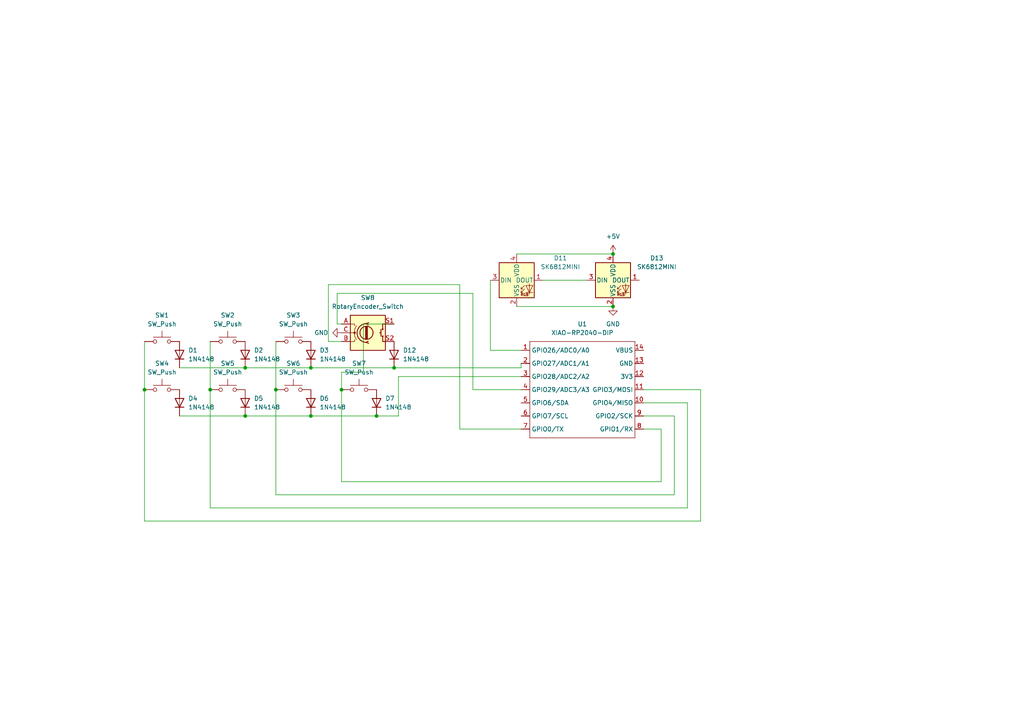
<source format=kicad_sch>
(kicad_sch
	(version 20241209)
	(generator "eeschema")
	(generator_version "8.99")
	(uuid "8c3beed9-626c-422e-b7c0-829405768609")
	(paper "A4")
	(lib_symbols
		(symbol "Device:RotaryEncoder_Switch"
			(pin_names
				(offset 0.254)
				(hide yes)
			)
			(exclude_from_sim no)
			(in_bom yes)
			(on_board yes)
			(property "Reference" "SW"
				(at 0 6.604 0)
				(effects
					(font
						(size 1.27 1.27)
					)
				)
			)
			(property "Value" "RotaryEncoder_Switch"
				(at 0 -6.604 0)
				(effects
					(font
						(size 1.27 1.27)
					)
				)
			)
			(property "Footprint" ""
				(at -3.81 4.064 0)
				(effects
					(font
						(size 1.27 1.27)
					)
					(hide yes)
				)
			)
			(property "Datasheet" "~"
				(at 0 6.604 0)
				(effects
					(font
						(size 1.27 1.27)
					)
					(hide yes)
				)
			)
			(property "Description" "Rotary encoder, dual channel, incremental quadrate outputs, with switch"
				(at 0 0 0)
				(effects
					(font
						(size 1.27 1.27)
					)
					(hide yes)
				)
			)
			(property "ki_keywords" "rotary switch encoder switch push button"
				(at 0 0 0)
				(effects
					(font
						(size 1.27 1.27)
					)
					(hide yes)
				)
			)
			(property "ki_fp_filters" "RotaryEncoder*Switch*"
				(at 0 0 0)
				(effects
					(font
						(size 1.27 1.27)
					)
					(hide yes)
				)
			)
			(symbol "RotaryEncoder_Switch_0_1"
				(rectangle
					(start -5.08 5.08)
					(end 5.08 -5.08)
					(stroke
						(width 0.254)
						(type default)
					)
					(fill
						(type background)
					)
				)
				(polyline
					(pts
						(xy -5.08 2.54) (xy -3.81 2.54) (xy -3.81 2.032)
					)
					(stroke
						(width 0)
						(type default)
					)
					(fill
						(type none)
					)
				)
				(polyline
					(pts
						(xy -5.08 0) (xy -3.81 0) (xy -3.81 -1.016) (xy -3.302 -2.032)
					)
					(stroke
						(width 0)
						(type default)
					)
					(fill
						(type none)
					)
				)
				(polyline
					(pts
						(xy -5.08 -2.54) (xy -3.81 -2.54) (xy -3.81 -2.032)
					)
					(stroke
						(width 0)
						(type default)
					)
					(fill
						(type none)
					)
				)
				(polyline
					(pts
						(xy -4.318 0) (xy -3.81 0) (xy -3.81 1.016) (xy -3.302 2.032)
					)
					(stroke
						(width 0)
						(type default)
					)
					(fill
						(type none)
					)
				)
				(circle
					(center -3.81 0)
					(radius 0.254)
					(stroke
						(width 0)
						(type default)
					)
					(fill
						(type outline)
					)
				)
				(polyline
					(pts
						(xy -0.635 -1.778) (xy -0.635 1.778)
					)
					(stroke
						(width 0.254)
						(type default)
					)
					(fill
						(type none)
					)
				)
				(circle
					(center -0.381 0)
					(radius 1.905)
					(stroke
						(width 0.254)
						(type default)
					)
					(fill
						(type none)
					)
				)
				(polyline
					(pts
						(xy -0.381 -1.778) (xy -0.381 1.778)
					)
					(stroke
						(width 0.254)
						(type default)
					)
					(fill
						(type none)
					)
				)
				(arc
					(start -0.381 -2.794)
					(mid -3.0988 -0.0635)
					(end -0.381 2.667)
					(stroke
						(width 0.254)
						(type default)
					)
					(fill
						(type none)
					)
				)
				(polyline
					(pts
						(xy -0.127 1.778) (xy -0.127 -1.778)
					)
					(stroke
						(width 0.254)
						(type default)
					)
					(fill
						(type none)
					)
				)
				(polyline
					(pts
						(xy 0.254 2.921) (xy -0.508 2.667) (xy 0.127 2.286)
					)
					(stroke
						(width 0.254)
						(type default)
					)
					(fill
						(type none)
					)
				)
				(polyline
					(pts
						(xy 0.254 -3.048) (xy -0.508 -2.794) (xy 0.127 -2.413)
					)
					(stroke
						(width 0.254)
						(type default)
					)
					(fill
						(type none)
					)
				)
				(polyline
					(pts
						(xy 3.81 1.016) (xy 3.81 -1.016)
					)
					(stroke
						(width 0.254)
						(type default)
					)
					(fill
						(type none)
					)
				)
				(polyline
					(pts
						(xy 3.81 0) (xy 3.429 0)
					)
					(stroke
						(width 0.254)
						(type default)
					)
					(fill
						(type none)
					)
				)
				(circle
					(center 4.318 1.016)
					(radius 0.127)
					(stroke
						(width 0.254)
						(type default)
					)
					(fill
						(type none)
					)
				)
				(circle
					(center 4.318 -1.016)
					(radius 0.127)
					(stroke
						(width 0.254)
						(type default)
					)
					(fill
						(type none)
					)
				)
				(polyline
					(pts
						(xy 5.08 2.54) (xy 4.318 2.54) (xy 4.318 1.016)
					)
					(stroke
						(width 0.254)
						(type default)
					)
					(fill
						(type none)
					)
				)
				(polyline
					(pts
						(xy 5.08 -2.54) (xy 4.318 -2.54) (xy 4.318 -1.016)
					)
					(stroke
						(width 0.254)
						(type default)
					)
					(fill
						(type none)
					)
				)
			)
			(symbol "RotaryEncoder_Switch_1_1"
				(pin passive line
					(at -7.62 2.54 0)
					(length 2.54)
					(name "A"
						(effects
							(font
								(size 1.27 1.27)
							)
						)
					)
					(number "A"
						(effects
							(font
								(size 1.27 1.27)
							)
						)
					)
				)
				(pin passive line
					(at -7.62 0 0)
					(length 2.54)
					(name "C"
						(effects
							(font
								(size 1.27 1.27)
							)
						)
					)
					(number "C"
						(effects
							(font
								(size 1.27 1.27)
							)
						)
					)
				)
				(pin passive line
					(at -7.62 -2.54 0)
					(length 2.54)
					(name "B"
						(effects
							(font
								(size 1.27 1.27)
							)
						)
					)
					(number "B"
						(effects
							(font
								(size 1.27 1.27)
							)
						)
					)
				)
				(pin passive line
					(at 7.62 2.54 180)
					(length 2.54)
					(name "S1"
						(effects
							(font
								(size 1.27 1.27)
							)
						)
					)
					(number "S1"
						(effects
							(font
								(size 1.27 1.27)
							)
						)
					)
				)
				(pin passive line
					(at 7.62 -2.54 180)
					(length 2.54)
					(name "S2"
						(effects
							(font
								(size 1.27 1.27)
							)
						)
					)
					(number "S2"
						(effects
							(font
								(size 1.27 1.27)
							)
						)
					)
				)
			)
			(embedded_fonts no)
		)
		(symbol "Diode:1N4148"
			(pin_numbers
				(hide yes)
			)
			(pin_names
				(hide yes)
			)
			(exclude_from_sim no)
			(in_bom yes)
			(on_board yes)
			(property "Reference" "D"
				(at 0 2.54 0)
				(effects
					(font
						(size 1.27 1.27)
					)
				)
			)
			(property "Value" "1N4148"
				(at 0 -2.54 0)
				(effects
					(font
						(size 1.27 1.27)
					)
				)
			)
			(property "Footprint" "Diode_THT:D_DO-35_SOD27_P7.62mm_Horizontal"
				(at 0 0 0)
				(effects
					(font
						(size 1.27 1.27)
					)
					(hide yes)
				)
			)
			(property "Datasheet" "https://assets.nexperia.com/documents/data-sheet/1N4148_1N4448.pdf"
				(at 0 0 0)
				(effects
					(font
						(size 1.27 1.27)
					)
					(hide yes)
				)
			)
			(property "Description" "100V 0.15A standard switching diode, DO-35"
				(at 0 0 0)
				(effects
					(font
						(size 1.27 1.27)
					)
					(hide yes)
				)
			)
			(property "Sim.Device" "D"
				(at 0 0 0)
				(effects
					(font
						(size 1.27 1.27)
					)
					(hide yes)
				)
			)
			(property "Sim.Pins" "1=K 2=A"
				(at 0 0 0)
				(effects
					(font
						(size 1.27 1.27)
					)
					(hide yes)
				)
			)
			(property "ki_keywords" "diode"
				(at 0 0 0)
				(effects
					(font
						(size 1.27 1.27)
					)
					(hide yes)
				)
			)
			(property "ki_fp_filters" "D*DO?35*"
				(at 0 0 0)
				(effects
					(font
						(size 1.27 1.27)
					)
					(hide yes)
				)
			)
			(symbol "1N4148_0_1"
				(polyline
					(pts
						(xy -1.27 1.27) (xy -1.27 -1.27)
					)
					(stroke
						(width 0.254)
						(type default)
					)
					(fill
						(type none)
					)
				)
				(polyline
					(pts
						(xy 1.27 1.27) (xy 1.27 -1.27) (xy -1.27 0) (xy 1.27 1.27)
					)
					(stroke
						(width 0.254)
						(type default)
					)
					(fill
						(type none)
					)
				)
				(polyline
					(pts
						(xy 1.27 0) (xy -1.27 0)
					)
					(stroke
						(width 0)
						(type default)
					)
					(fill
						(type none)
					)
				)
			)
			(symbol "1N4148_1_1"
				(pin passive line
					(at -3.81 0 0)
					(length 2.54)
					(name "K"
						(effects
							(font
								(size 1.27 1.27)
							)
						)
					)
					(number "1"
						(effects
							(font
								(size 1.27 1.27)
							)
						)
					)
				)
				(pin passive line
					(at 3.81 0 180)
					(length 2.54)
					(name "A"
						(effects
							(font
								(size 1.27 1.27)
							)
						)
					)
					(number "2"
						(effects
							(font
								(size 1.27 1.27)
							)
						)
					)
				)
			)
			(embedded_fonts no)
		)
		(symbol "LED:SK6812MINI"
			(pin_names
				(offset 0.254)
			)
			(exclude_from_sim no)
			(in_bom yes)
			(on_board yes)
			(property "Reference" "D"
				(at 5.08 5.715 0)
				(effects
					(font
						(size 1.27 1.27)
					)
					(justify right bottom)
				)
			)
			(property "Value" "SK6812MINI"
				(at 1.27 -5.715 0)
				(effects
					(font
						(size 1.27 1.27)
					)
					(justify left top)
				)
			)
			(property "Footprint" "LED_SMD:LED_SK6812MINI_PLCC4_3.5x3.5mm_P1.75mm"
				(at 1.27 -7.62 0)
				(effects
					(font
						(size 1.27 1.27)
					)
					(justify left top)
					(hide yes)
				)
			)
			(property "Datasheet" "https://cdn-shop.adafruit.com/product-files/2686/SK6812MINI_REV.01-1-2.pdf"
				(at 2.54 -9.525 0)
				(effects
					(font
						(size 1.27 1.27)
					)
					(justify left top)
					(hide yes)
				)
			)
			(property "Description" "RGB LED with integrated controller"
				(at 0 0 0)
				(effects
					(font
						(size 1.27 1.27)
					)
					(hide yes)
				)
			)
			(property "ki_keywords" "RGB LED NeoPixel Mini addressable"
				(at 0 0 0)
				(effects
					(font
						(size 1.27 1.27)
					)
					(hide yes)
				)
			)
			(property "ki_fp_filters" "LED*SK6812MINI*PLCC*3.5x3.5mm*P1.75mm*"
				(at 0 0 0)
				(effects
					(font
						(size 1.27 1.27)
					)
					(hide yes)
				)
			)
			(symbol "SK6812MINI_0_0"
				(text "RGB"
					(at 2.286 -4.191 0)
					(effects
						(font
							(size 0.762 0.762)
						)
					)
				)
			)
			(symbol "SK6812MINI_0_1"
				(polyline
					(pts
						(xy 1.27 -2.54) (xy 1.778 -2.54)
					)
					(stroke
						(width 0)
						(type default)
					)
					(fill
						(type none)
					)
				)
				(polyline
					(pts
						(xy 1.27 -3.556) (xy 1.778 -3.556)
					)
					(stroke
						(width 0)
						(type default)
					)
					(fill
						(type none)
					)
				)
				(polyline
					(pts
						(xy 2.286 -1.524) (xy 1.27 -2.54) (xy 1.27 -2.032)
					)
					(stroke
						(width 0)
						(type default)
					)
					(fill
						(type none)
					)
				)
				(polyline
					(pts
						(xy 2.286 -2.54) (xy 1.27 -3.556) (xy 1.27 -3.048)
					)
					(stroke
						(width 0)
						(type default)
					)
					(fill
						(type none)
					)
				)
				(polyline
					(pts
						(xy 3.683 -1.016) (xy 3.683 -3.556) (xy 3.683 -4.064)
					)
					(stroke
						(width 0)
						(type default)
					)
					(fill
						(type none)
					)
				)
				(polyline
					(pts
						(xy 4.699 -1.524) (xy 2.667 -1.524) (xy 3.683 -3.556) (xy 4.699 -1.524)
					)
					(stroke
						(width 0)
						(type default)
					)
					(fill
						(type none)
					)
				)
				(polyline
					(pts
						(xy 4.699 -3.556) (xy 2.667 -3.556)
					)
					(stroke
						(width 0)
						(type default)
					)
					(fill
						(type none)
					)
				)
				(rectangle
					(start 5.08 5.08)
					(end -5.08 -5.08)
					(stroke
						(width 0.254)
						(type default)
					)
					(fill
						(type background)
					)
				)
			)
			(symbol "SK6812MINI_1_1"
				(pin input line
					(at -7.62 0 0)
					(length 2.54)
					(name "DIN"
						(effects
							(font
								(size 1.27 1.27)
							)
						)
					)
					(number "3"
						(effects
							(font
								(size 1.27 1.27)
							)
						)
					)
				)
				(pin power_in line
					(at 0 7.62 270)
					(length 2.54)
					(name "VDD"
						(effects
							(font
								(size 1.27 1.27)
							)
						)
					)
					(number "4"
						(effects
							(font
								(size 1.27 1.27)
							)
						)
					)
				)
				(pin power_in line
					(at 0 -7.62 90)
					(length 2.54)
					(name "VSS"
						(effects
							(font
								(size 1.27 1.27)
							)
						)
					)
					(number "2"
						(effects
							(font
								(size 1.27 1.27)
							)
						)
					)
				)
				(pin output line
					(at 7.62 0 180)
					(length 2.54)
					(name "DOUT"
						(effects
							(font
								(size 1.27 1.27)
							)
						)
					)
					(number "1"
						(effects
							(font
								(size 1.27 1.27)
							)
						)
					)
				)
			)
			(embedded_fonts no)
		)
		(symbol "OPL:XIAO-RP2040-DIP"
			(exclude_from_sim no)
			(in_bom yes)
			(on_board yes)
			(property "Reference" "U"
				(at 0 0 0)
				(effects
					(font
						(size 1.27 1.27)
					)
				)
			)
			(property "Value" "XIAO-RP2040-DIP"
				(at 5.334 -1.778 0)
				(effects
					(font
						(size 1.27 1.27)
					)
				)
			)
			(property "Footprint" "Module:MOUDLE14P-XIAO-DIP-SMD"
				(at 14.478 -32.258 0)
				(effects
					(font
						(size 1.27 1.27)
					)
					(hide yes)
				)
			)
			(property "Datasheet" ""
				(at 0 0 0)
				(effects
					(font
						(size 1.27 1.27)
					)
					(hide yes)
				)
			)
			(property "Description" ""
				(at 0 0 0)
				(effects
					(font
						(size 1.27 1.27)
					)
					(hide yes)
				)
			)
			(symbol "XIAO-RP2040-DIP_1_0"
				(polyline
					(pts
						(xy -1.27 -2.54) (xy 29.21 -2.54)
					)
					(stroke
						(width 0.1524)
						(type solid)
					)
					(fill
						(type none)
					)
				)
				(polyline
					(pts
						(xy -1.27 -5.08) (xy -2.54 -5.08)
					)
					(stroke
						(width 0.1524)
						(type solid)
					)
					(fill
						(type none)
					)
				)
				(polyline
					(pts
						(xy -1.27 -5.08) (xy -1.27 -2.54)
					)
					(stroke
						(width 0.1524)
						(type solid)
					)
					(fill
						(type none)
					)
				)
				(polyline
					(pts
						(xy -1.27 -8.89) (xy -2.54 -8.89)
					)
					(stroke
						(width 0.1524)
						(type solid)
					)
					(fill
						(type none)
					)
				)
				(polyline
					(pts
						(xy -1.27 -8.89) (xy -1.27 -5.08)
					)
					(stroke
						(width 0.1524)
						(type solid)
					)
					(fill
						(type none)
					)
				)
				(polyline
					(pts
						(xy -1.27 -12.7) (xy -1.27 -8.89)
					)
					(stroke
						(width 0.1524)
						(type solid)
					)
					(fill
						(type none)
					)
				)
				(polyline
					(pts
						(xy -1.27 -12.7) (xy -2.54 -12.7)
					)
					(stroke
						(width 0.1524)
						(type solid)
					)
					(fill
						(type none)
					)
				)
				(polyline
					(pts
						(xy -1.27 -16.51) (xy -1.27 -12.7)
					)
					(stroke
						(width 0.1524)
						(type solid)
					)
					(fill
						(type none)
					)
				)
				(polyline
					(pts
						(xy -1.27 -16.51) (xy -2.54 -16.51)
					)
					(stroke
						(width 0.1524)
						(type solid)
					)
					(fill
						(type none)
					)
				)
				(polyline
					(pts
						(xy -1.27 -20.32) (xy -2.54 -20.32)
					)
					(stroke
						(width 0.1524)
						(type solid)
					)
					(fill
						(type none)
					)
				)
				(polyline
					(pts
						(xy -1.27 -24.13) (xy -2.54 -24.13)
					)
					(stroke
						(width 0.1524)
						(type solid)
					)
					(fill
						(type none)
					)
				)
				(polyline
					(pts
						(xy -1.27 -27.94) (xy -2.54 -27.94)
					)
					(stroke
						(width 0.1524)
						(type solid)
					)
					(fill
						(type none)
					)
				)
				(polyline
					(pts
						(xy -1.27 -30.48) (xy -1.27 -16.51)
					)
					(stroke
						(width 0.1524)
						(type solid)
					)
					(fill
						(type none)
					)
				)
				(polyline
					(pts
						(xy 29.21 -2.54) (xy 29.21 -5.08)
					)
					(stroke
						(width 0.1524)
						(type solid)
					)
					(fill
						(type none)
					)
				)
				(polyline
					(pts
						(xy 29.21 -5.08) (xy 29.21 -8.89)
					)
					(stroke
						(width 0.1524)
						(type solid)
					)
					(fill
						(type none)
					)
				)
				(polyline
					(pts
						(xy 29.21 -8.89) (xy 29.21 -12.7)
					)
					(stroke
						(width 0.1524)
						(type solid)
					)
					(fill
						(type none)
					)
				)
				(polyline
					(pts
						(xy 29.21 -12.7) (xy 29.21 -30.48)
					)
					(stroke
						(width 0.1524)
						(type solid)
					)
					(fill
						(type none)
					)
				)
				(polyline
					(pts
						(xy 29.21 -30.48) (xy -1.27 -30.48)
					)
					(stroke
						(width 0.1524)
						(type solid)
					)
					(fill
						(type none)
					)
				)
				(polyline
					(pts
						(xy 30.48 -5.08) (xy 29.21 -5.08)
					)
					(stroke
						(width 0.1524)
						(type solid)
					)
					(fill
						(type none)
					)
				)
				(polyline
					(pts
						(xy 30.48 -8.89) (xy 29.21 -8.89)
					)
					(stroke
						(width 0.1524)
						(type solid)
					)
					(fill
						(type none)
					)
				)
				(polyline
					(pts
						(xy 30.48 -12.7) (xy 29.21 -12.7)
					)
					(stroke
						(width 0.1524)
						(type solid)
					)
					(fill
						(type none)
					)
				)
				(polyline
					(pts
						(xy 30.48 -16.51) (xy 29.21 -16.51)
					)
					(stroke
						(width 0.1524)
						(type solid)
					)
					(fill
						(type none)
					)
				)
				(polyline
					(pts
						(xy 30.48 -20.32) (xy 29.21 -20.32)
					)
					(stroke
						(width 0.1524)
						(type solid)
					)
					(fill
						(type none)
					)
				)
				(polyline
					(pts
						(xy 30.48 -24.13) (xy 29.21 -24.13)
					)
					(stroke
						(width 0.1524)
						(type solid)
					)
					(fill
						(type none)
					)
				)
				(polyline
					(pts
						(xy 30.48 -27.94) (xy 29.21 -27.94)
					)
					(stroke
						(width 0.1524)
						(type solid)
					)
					(fill
						(type none)
					)
				)
				(pin passive line
					(at -3.81 -5.08 0)
					(length 2.54)
					(name "GPIO26/ADC0/A0"
						(effects
							(font
								(size 1.27 1.27)
							)
						)
					)
					(number "1"
						(effects
							(font
								(size 1.27 1.27)
							)
						)
					)
				)
				(pin passive line
					(at -3.81 -8.89 0)
					(length 2.54)
					(name "GPIO27/ADC1/A1"
						(effects
							(font
								(size 1.27 1.27)
							)
						)
					)
					(number "2"
						(effects
							(font
								(size 1.27 1.27)
							)
						)
					)
				)
				(pin passive line
					(at -3.81 -12.7 0)
					(length 2.54)
					(name "GPIO28/ADC2/A2"
						(effects
							(font
								(size 1.27 1.27)
							)
						)
					)
					(number "3"
						(effects
							(font
								(size 1.27 1.27)
							)
						)
					)
				)
				(pin passive line
					(at -3.81 -16.51 0)
					(length 2.54)
					(name "GPIO29/ADC3/A3"
						(effects
							(font
								(size 1.27 1.27)
							)
						)
					)
					(number "4"
						(effects
							(font
								(size 1.27 1.27)
							)
						)
					)
				)
				(pin passive line
					(at -3.81 -20.32 0)
					(length 2.54)
					(name "GPIO6/SDA"
						(effects
							(font
								(size 1.27 1.27)
							)
						)
					)
					(number "5"
						(effects
							(font
								(size 1.27 1.27)
							)
						)
					)
				)
				(pin passive line
					(at -3.81 -24.13 0)
					(length 2.54)
					(name "GPIO7/SCL"
						(effects
							(font
								(size 1.27 1.27)
							)
						)
					)
					(number "6"
						(effects
							(font
								(size 1.27 1.27)
							)
						)
					)
				)
				(pin passive line
					(at -3.81 -27.94 0)
					(length 2.54)
					(name "GPIO0/TX"
						(effects
							(font
								(size 1.27 1.27)
							)
						)
					)
					(number "7"
						(effects
							(font
								(size 1.27 1.27)
							)
						)
					)
				)
				(pin passive line
					(at 31.75 -5.08 180)
					(length 2.54)
					(name "VBUS"
						(effects
							(font
								(size 1.27 1.27)
							)
						)
					)
					(number "14"
						(effects
							(font
								(size 1.27 1.27)
							)
						)
					)
				)
				(pin passive line
					(at 31.75 -8.89 180)
					(length 2.54)
					(name "GND"
						(effects
							(font
								(size 1.27 1.27)
							)
						)
					)
					(number "13"
						(effects
							(font
								(size 1.27 1.27)
							)
						)
					)
				)
				(pin passive line
					(at 31.75 -12.7 180)
					(length 2.54)
					(name "3V3"
						(effects
							(font
								(size 1.27 1.27)
							)
						)
					)
					(number "12"
						(effects
							(font
								(size 1.27 1.27)
							)
						)
					)
				)
				(pin passive line
					(at 31.75 -16.51 180)
					(length 2.54)
					(name "GPIO3/MOSI"
						(effects
							(font
								(size 1.27 1.27)
							)
						)
					)
					(number "11"
						(effects
							(font
								(size 1.27 1.27)
							)
						)
					)
				)
				(pin passive line
					(at 31.75 -20.32 180)
					(length 2.54)
					(name "GPIO4/MISO"
						(effects
							(font
								(size 1.27 1.27)
							)
						)
					)
					(number "10"
						(effects
							(font
								(size 1.27 1.27)
							)
						)
					)
				)
				(pin passive line
					(at 31.75 -24.13 180)
					(length 2.54)
					(name "GPIO2/SCK"
						(effects
							(font
								(size 1.27 1.27)
							)
						)
					)
					(number "9"
						(effects
							(font
								(size 1.27 1.27)
							)
						)
					)
				)
				(pin passive line
					(at 31.75 -27.94 180)
					(length 2.54)
					(name "GPIO1/RX"
						(effects
							(font
								(size 1.27 1.27)
							)
						)
					)
					(number "8"
						(effects
							(font
								(size 1.27 1.27)
							)
						)
					)
				)
			)
			(embedded_fonts no)
		)
		(symbol "Switch:SW_Push"
			(pin_numbers
				(hide yes)
			)
			(pin_names
				(offset 1.016)
				(hide yes)
			)
			(exclude_from_sim no)
			(in_bom yes)
			(on_board yes)
			(property "Reference" "SW"
				(at 1.27 2.54 0)
				(effects
					(font
						(size 1.27 1.27)
					)
					(justify left)
				)
			)
			(property "Value" "SW_Push"
				(at 0 -1.524 0)
				(effects
					(font
						(size 1.27 1.27)
					)
				)
			)
			(property "Footprint" ""
				(at 0 5.08 0)
				(effects
					(font
						(size 1.27 1.27)
					)
					(hide yes)
				)
			)
			(property "Datasheet" "~"
				(at 0 5.08 0)
				(effects
					(font
						(size 1.27 1.27)
					)
					(hide yes)
				)
			)
			(property "Description" "Push button switch, generic, two pins"
				(at 0 0 0)
				(effects
					(font
						(size 1.27 1.27)
					)
					(hide yes)
				)
			)
			(property "ki_keywords" "switch normally-open pushbutton push-button"
				(at 0 0 0)
				(effects
					(font
						(size 1.27 1.27)
					)
					(hide yes)
				)
			)
			(symbol "SW_Push_0_1"
				(circle
					(center -2.032 0)
					(radius 0.508)
					(stroke
						(width 0)
						(type default)
					)
					(fill
						(type none)
					)
				)
				(polyline
					(pts
						(xy 0 1.27) (xy 0 3.048)
					)
					(stroke
						(width 0)
						(type default)
					)
					(fill
						(type none)
					)
				)
				(circle
					(center 2.032 0)
					(radius 0.508)
					(stroke
						(width 0)
						(type default)
					)
					(fill
						(type none)
					)
				)
				(polyline
					(pts
						(xy 2.54 1.27) (xy -2.54 1.27)
					)
					(stroke
						(width 0)
						(type default)
					)
					(fill
						(type none)
					)
				)
				(pin passive line
					(at -5.08 0 0)
					(length 2.54)
					(name "1"
						(effects
							(font
								(size 1.27 1.27)
							)
						)
					)
					(number "1"
						(effects
							(font
								(size 1.27 1.27)
							)
						)
					)
				)
				(pin passive line
					(at 5.08 0 180)
					(length 2.54)
					(name "2"
						(effects
							(font
								(size 1.27 1.27)
							)
						)
					)
					(number "2"
						(effects
							(font
								(size 1.27 1.27)
							)
						)
					)
				)
			)
			(embedded_fonts no)
		)
		(symbol "power:+5V"
			(power)
			(pin_numbers
				(hide yes)
			)
			(pin_names
				(offset 0)
				(hide yes)
			)
			(exclude_from_sim no)
			(in_bom yes)
			(on_board yes)
			(property "Reference" "#PWR"
				(at 0 -3.81 0)
				(effects
					(font
						(size 1.27 1.27)
					)
					(hide yes)
				)
			)
			(property "Value" "+5V"
				(at 0 3.556 0)
				(effects
					(font
						(size 1.27 1.27)
					)
				)
			)
			(property "Footprint" ""
				(at 0 0 0)
				(effects
					(font
						(size 1.27 1.27)
					)
					(hide yes)
				)
			)
			(property "Datasheet" ""
				(at 0 0 0)
				(effects
					(font
						(size 1.27 1.27)
					)
					(hide yes)
				)
			)
			(property "Description" "Power symbol creates a global label with name \"+5V\""
				(at 0 0 0)
				(effects
					(font
						(size 1.27 1.27)
					)
					(hide yes)
				)
			)
			(property "ki_keywords" "global power"
				(at 0 0 0)
				(effects
					(font
						(size 1.27 1.27)
					)
					(hide yes)
				)
			)
			(symbol "+5V_0_1"
				(polyline
					(pts
						(xy -0.762 1.27) (xy 0 2.54)
					)
					(stroke
						(width 0)
						(type default)
					)
					(fill
						(type none)
					)
				)
				(polyline
					(pts
						(xy 0 2.54) (xy 0.762 1.27)
					)
					(stroke
						(width 0)
						(type default)
					)
					(fill
						(type none)
					)
				)
				(polyline
					(pts
						(xy 0 0) (xy 0 2.54)
					)
					(stroke
						(width 0)
						(type default)
					)
					(fill
						(type none)
					)
				)
			)
			(symbol "+5V_1_1"
				(pin power_in line
					(at 0 0 90)
					(length 0)
					(name "~"
						(effects
							(font
								(size 1.27 1.27)
							)
						)
					)
					(number "1"
						(effects
							(font
								(size 1.27 1.27)
							)
						)
					)
				)
			)
			(embedded_fonts no)
		)
		(symbol "power:GND"
			(power)
			(pin_numbers
				(hide yes)
			)
			(pin_names
				(offset 0)
				(hide yes)
			)
			(exclude_from_sim no)
			(in_bom yes)
			(on_board yes)
			(property "Reference" "#PWR"
				(at 0 -6.35 0)
				(effects
					(font
						(size 1.27 1.27)
					)
					(hide yes)
				)
			)
			(property "Value" "GND"
				(at 0 -3.81 0)
				(effects
					(font
						(size 1.27 1.27)
					)
				)
			)
			(property "Footprint" ""
				(at 0 0 0)
				(effects
					(font
						(size 1.27 1.27)
					)
					(hide yes)
				)
			)
			(property "Datasheet" ""
				(at 0 0 0)
				(effects
					(font
						(size 1.27 1.27)
					)
					(hide yes)
				)
			)
			(property "Description" "Power symbol creates a global label with name \"GND\" , ground"
				(at 0 0 0)
				(effects
					(font
						(size 1.27 1.27)
					)
					(hide yes)
				)
			)
			(property "ki_keywords" "global power"
				(at 0 0 0)
				(effects
					(font
						(size 1.27 1.27)
					)
					(hide yes)
				)
			)
			(symbol "GND_0_1"
				(polyline
					(pts
						(xy 0 0) (xy 0 -1.27) (xy 1.27 -1.27) (xy 0 -2.54) (xy -1.27 -1.27) (xy 0 -1.27)
					)
					(stroke
						(width 0)
						(type default)
					)
					(fill
						(type none)
					)
				)
			)
			(symbol "GND_1_1"
				(pin power_in line
					(at 0 0 270)
					(length 0)
					(name "~"
						(effects
							(font
								(size 1.27 1.27)
							)
						)
					)
					(number "1"
						(effects
							(font
								(size 1.27 1.27)
							)
						)
					)
				)
			)
			(embedded_fonts no)
		)
	)
	(junction
		(at 71.12 120.65)
		(diameter 0)
		(color 0 0 0 0)
		(uuid "2654c16e-d56b-49c3-82b1-52a02de55829")
	)
	(junction
		(at 41.91 113.03)
		(diameter 0)
		(color 0 0 0 0)
		(uuid "2fed11fa-3bac-4b7c-b7c8-80ee129baae7")
	)
	(junction
		(at 109.22 120.65)
		(diameter 0)
		(color 0 0 0 0)
		(uuid "491e295c-a90a-4cb6-98c9-ead162f15c57")
	)
	(junction
		(at 90.17 120.65)
		(diameter 0)
		(color 0 0 0 0)
		(uuid "5e85fbcd-5a57-486e-891f-14b90c7d2407")
	)
	(junction
		(at 90.17 106.68)
		(diameter 0)
		(color 0 0 0 0)
		(uuid "6d485556-eba3-4a75-bc96-faa045285c2c")
	)
	(junction
		(at 80.01 113.03)
		(diameter 0)
		(color 0 0 0 0)
		(uuid "8e2d992e-82aa-43ff-bdb8-ec496da893d2")
	)
	(junction
		(at 177.8 73.66)
		(diameter 0)
		(color 0 0 0 0)
		(uuid "b48ebed8-ef13-4c03-a8b9-453ea2d44633")
	)
	(junction
		(at 60.96 113.03)
		(diameter 0)
		(color 0 0 0 0)
		(uuid "c2969947-f68a-4608-9986-58370e837582")
	)
	(junction
		(at 99.06 113.03)
		(diameter 0)
		(color 0 0 0 0)
		(uuid "c2f8ff01-e3c8-44e7-b936-74a57d732d6b")
	)
	(junction
		(at 177.8 88.9)
		(diameter 0)
		(color 0 0 0 0)
		(uuid "ce1eeba1-6c97-4f22-9a48-7cd011906522")
	)
	(junction
		(at 71.12 106.68)
		(diameter 0)
		(color 0 0 0 0)
		(uuid "d90e37d3-e2de-428a-a0e1-edd09cf61170")
	)
	(junction
		(at 114.3 106.68)
		(diameter 0)
		(color 0 0 0 0)
		(uuid "fdc2e892-08b2-41b8-98e4-77475834278f")
	)
	(wire
		(pts
			(xy 157.48 81.28) (xy 170.18 81.28)
		)
		(stroke
			(width 0)
			(type default)
		)
		(uuid "022a678b-ef27-4473-87c0-898231bb76ae")
	)
	(wire
		(pts
			(xy 142.24 101.6) (xy 151.13 101.6)
		)
		(stroke
			(width 0)
			(type default)
		)
		(uuid "03810316-d02a-4d7a-b0b5-6703a9b01481")
	)
	(wire
		(pts
			(xy 115.57 120.65) (xy 115.57 109.22)
		)
		(stroke
			(width 0)
			(type default)
		)
		(uuid "067d0c46-890f-4894-a49e-30e7dfc0639d")
	)
	(wire
		(pts
			(xy 95.25 82.55) (xy 133.35 82.55)
		)
		(stroke
			(width 0)
			(type default)
		)
		(uuid "08203424-dbd4-4b9b-a400-ae8a381fb5dc")
	)
	(wire
		(pts
			(xy 199.39 147.32) (xy 199.39 116.84)
		)
		(stroke
			(width 0)
			(type default)
		)
		(uuid "10506903-52f9-4e86-b71d-20e90831c6d3")
	)
	(wire
		(pts
			(xy 151.13 106.68) (xy 151.13 105.41)
		)
		(stroke
			(width 0)
			(type default)
		)
		(uuid "16cedbe2-d5e6-4d3d-9a7c-1ef8e095bdee")
	)
	(wire
		(pts
			(xy 52.07 106.68) (xy 71.12 106.68)
		)
		(stroke
			(width 0)
			(type default)
		)
		(uuid "23bc54ab-343b-4efd-a4ca-fb9d27360281")
	)
	(wire
		(pts
			(xy 60.96 147.32) (xy 199.39 147.32)
		)
		(stroke
			(width 0)
			(type default)
		)
		(uuid "2a33d6bd-5f89-480b-98d0-1a6753e6fbff")
	)
	(wire
		(pts
			(xy 149.86 88.9) (xy 177.8 88.9)
		)
		(stroke
			(width 0)
			(type default)
		)
		(uuid "2b7790d3-2e96-45bd-9455-0b58dcbb9ff0")
	)
	(wire
		(pts
			(xy 95.25 99.06) (xy 95.25 82.55)
		)
		(stroke
			(width 0)
			(type default)
		)
		(uuid "32a896a9-6bf3-4525-a07e-6a70a0887b26")
	)
	(wire
		(pts
			(xy 90.17 120.65) (xy 109.22 120.65)
		)
		(stroke
			(width 0)
			(type default)
		)
		(uuid "3416de1c-f7d3-4071-82e6-87e98570f4d9")
	)
	(wire
		(pts
			(xy 41.91 113.03) (xy 41.91 151.13)
		)
		(stroke
			(width 0)
			(type default)
		)
		(uuid "3596edcf-d100-4c0d-a460-7dbd6e4caf56")
	)
	(wire
		(pts
			(xy 142.24 81.28) (xy 142.24 101.6)
		)
		(stroke
			(width 0)
			(type default)
		)
		(uuid "38dedce6-93b5-4d27-8bce-8059bf255d04")
	)
	(wire
		(pts
			(xy 203.2 151.13) (xy 203.2 113.03)
		)
		(stroke
			(width 0)
			(type default)
		)
		(uuid "3a564c51-344b-452c-b48f-52ed4b6400c6")
	)
	(wire
		(pts
			(xy 199.39 116.84) (xy 186.69 116.84)
		)
		(stroke
			(width 0)
			(type default)
		)
		(uuid "48f9dc38-eef6-4348-8e0c-f35006fea871")
	)
	(wire
		(pts
			(xy 99.06 99.06) (xy 95.25 99.06)
		)
		(stroke
			(width 0)
			(type default)
		)
		(uuid "4bccb292-cbbc-4406-a65b-94bba42c4c46")
	)
	(wire
		(pts
			(xy 52.07 120.65) (xy 71.12 120.65)
		)
		(stroke
			(width 0)
			(type default)
		)
		(uuid "5c8ca551-c8a5-4af7-afd1-74070ef9cca0")
	)
	(wire
		(pts
			(xy 137.16 85.09) (xy 137.16 113.03)
		)
		(stroke
			(width 0)
			(type default)
		)
		(uuid "5d1f8256-92ec-47a3-b1b1-5ddeec717d10")
	)
	(wire
		(pts
			(xy 97.79 85.09) (xy 137.16 85.09)
		)
		(stroke
			(width 0)
			(type default)
		)
		(uuid "5e243a4d-88c9-40ac-9e92-ace60fd7c51e")
	)
	(wire
		(pts
			(xy 137.16 113.03) (xy 151.13 113.03)
		)
		(stroke
			(width 0)
			(type default)
		)
		(uuid "5e5ecb55-0f7f-478e-b16b-c3efd2240f0a")
	)
	(wire
		(pts
			(xy 90.17 106.68) (xy 114.3 106.68)
		)
		(stroke
			(width 0)
			(type default)
		)
		(uuid "5fdee54d-b719-4e35-a49d-4f9926d7f9c7")
	)
	(wire
		(pts
			(xy 80.01 99.06) (xy 80.01 113.03)
		)
		(stroke
			(width 0)
			(type default)
		)
		(uuid "683cf351-d6a2-4232-8187-62708f3c0125")
	)
	(wire
		(pts
			(xy 80.01 143.51) (xy 195.58 143.51)
		)
		(stroke
			(width 0)
			(type default)
		)
		(uuid "689b30e1-7d05-4a6c-a6ff-befc92e538d8")
	)
	(wire
		(pts
			(xy 191.77 139.7) (xy 191.77 124.46)
		)
		(stroke
			(width 0)
			(type default)
		)
		(uuid "6d282b06-3b4e-4ba0-aa1d-9cd8849490a1")
	)
	(wire
		(pts
			(xy 99.06 93.98) (xy 97.79 93.98)
		)
		(stroke
			(width 0)
			(type default)
		)
		(uuid "6e6740c1-2564-4a30-8c16-bb40a99d2ced")
	)
	(wire
		(pts
			(xy 80.01 113.03) (xy 80.01 143.51)
		)
		(stroke
			(width 0)
			(type default)
		)
		(uuid "704b880d-7935-4be3-b955-daafcb4f50e8")
	)
	(wire
		(pts
			(xy 71.12 106.68) (xy 90.17 106.68)
		)
		(stroke
			(width 0)
			(type default)
		)
		(uuid "70897e8b-d4d7-4c22-96ad-0acb73c540b4")
	)
	(wire
		(pts
			(xy 99.06 139.7) (xy 191.77 139.7)
		)
		(stroke
			(width 0)
			(type default)
		)
		(uuid "72635bc5-d38d-4451-9c39-322e2a67e924")
	)
	(wire
		(pts
			(xy 105.41 107.95) (xy 99.06 107.95)
		)
		(stroke
			(width 0)
			(type default)
		)
		(uuid "83ff185c-b3d9-43d2-a185-e3b825a49296")
	)
	(wire
		(pts
			(xy 195.58 120.65) (xy 186.69 120.65)
		)
		(stroke
			(width 0)
			(type default)
		)
		(uuid "87cb027c-9b51-4148-8398-d494c08c1c56")
	)
	(wire
		(pts
			(xy 41.91 151.13) (xy 203.2 151.13)
		)
		(stroke
			(width 0)
			(type default)
		)
		(uuid "95f81a8e-c012-4864-9c0d-ae712cdbe96d")
	)
	(wire
		(pts
			(xy 195.58 143.51) (xy 195.58 120.65)
		)
		(stroke
			(width 0)
			(type default)
		)
		(uuid "a24d59f4-d80d-4b08-ae72-a24a23d68038")
	)
	(wire
		(pts
			(xy 114.3 93.98) (xy 105.41 93.98)
		)
		(stroke
			(width 0)
			(type default)
		)
		(uuid "a359aad7-dafa-48bb-9cf5-448ec06280f2")
	)
	(wire
		(pts
			(xy 149.86 73.66) (xy 177.8 73.66)
		)
		(stroke
			(width 0)
			(type default)
		)
		(uuid "a9001cd7-d43b-4292-a3a2-f93f18db827f")
	)
	(wire
		(pts
			(xy 133.35 124.46) (xy 151.13 124.46)
		)
		(stroke
			(width 0)
			(type default)
		)
		(uuid "a9be0633-ba93-4cac-aba2-845c52662d42")
	)
	(wire
		(pts
			(xy 114.3 106.68) (xy 151.13 106.68)
		)
		(stroke
			(width 0)
			(type default)
		)
		(uuid "aa2aacd0-d52b-4702-9b18-a817c04a95f8")
	)
	(wire
		(pts
			(xy 105.41 93.98) (xy 105.41 107.95)
		)
		(stroke
			(width 0)
			(type default)
		)
		(uuid "af6dd5ce-f5f3-4bde-b299-b96c14eb852a")
	)
	(wire
		(pts
			(xy 133.35 82.55) (xy 133.35 124.46)
		)
		(stroke
			(width 0)
			(type default)
		)
		(uuid "be899151-1de4-49aa-9717-aeaabfe1d027")
	)
	(wire
		(pts
			(xy 203.2 113.03) (xy 186.69 113.03)
		)
		(stroke
			(width 0)
			(type default)
		)
		(uuid "c22dc28d-20eb-4f15-9641-e66074179e44")
	)
	(wire
		(pts
			(xy 115.57 109.22) (xy 151.13 109.22)
		)
		(stroke
			(width 0)
			(type default)
		)
		(uuid "c5da83fb-2acd-4d07-86f2-a7f63282969e")
	)
	(wire
		(pts
			(xy 109.22 120.65) (xy 115.57 120.65)
		)
		(stroke
			(width 0)
			(type default)
		)
		(uuid "cc0f0989-5fa9-4639-89ee-3567e62c80f5")
	)
	(wire
		(pts
			(xy 60.96 113.03) (xy 60.96 147.32)
		)
		(stroke
			(width 0)
			(type default)
		)
		(uuid "ccae9bc6-cfd5-428c-8699-fd9c6d1962d8")
	)
	(wire
		(pts
			(xy 60.96 99.06) (xy 60.96 113.03)
		)
		(stroke
			(width 0)
			(type default)
		)
		(uuid "cd8bd937-1a50-464f-9c93-f1af04eda6d2")
	)
	(wire
		(pts
			(xy 41.91 99.06) (xy 41.91 113.03)
		)
		(stroke
			(width 0)
			(type default)
		)
		(uuid "d0aae645-4b87-4f41-87b1-c7f4b8766b22")
	)
	(wire
		(pts
			(xy 71.12 120.65) (xy 90.17 120.65)
		)
		(stroke
			(width 0)
			(type default)
		)
		(uuid "dd1e96d4-96b8-42a9-826f-0516504d18dd")
	)
	(wire
		(pts
			(xy 191.77 124.46) (xy 186.69 124.46)
		)
		(stroke
			(width 0)
			(type default)
		)
		(uuid "f0c62485-a45e-42d4-b631-7acfd617b559")
	)
	(wire
		(pts
			(xy 99.06 107.95) (xy 99.06 113.03)
		)
		(stroke
			(width 0)
			(type default)
		)
		(uuid "f905b1ec-5c9c-49e2-a2df-df502e0bceed")
	)
	(wire
		(pts
			(xy 97.79 93.98) (xy 97.79 85.09)
		)
		(stroke
			(width 0)
			(type default)
		)
		(uuid "fa41b65c-8a10-4f96-81cb-774ec4d99253")
	)
	(wire
		(pts
			(xy 99.06 113.03) (xy 99.06 139.7)
		)
		(stroke
			(width 0)
			(type default)
		)
		(uuid "fbe2f5ba-36c5-4ae2-87b4-0f2156711938")
	)
	(symbol
		(lib_id "Diode:1N4148")
		(at 71.12 116.84 90)
		(unit 1)
		(exclude_from_sim no)
		(in_bom yes)
		(on_board yes)
		(dnp no)
		(fields_autoplaced yes)
		(uuid "3ef88779-d428-4e22-852a-cbd211f89f09")
		(property "Reference" "D5"
			(at 73.66 115.5699 90)
			(effects
				(font
					(size 1.27 1.27)
				)
				(justify right)
			)
		)
		(property "Value" "1N4148"
			(at 73.66 118.1099 90)
			(effects
				(font
					(size 1.27 1.27)
				)
				(justify right)
			)
		)
		(property "Footprint" "Diode_THT:D_DO-35_SOD27_P7.62mm_Horizontal"
			(at 71.12 116.84 0)
			(effects
				(font
					(size 1.27 1.27)
				)
				(hide yes)
			)
		)
		(property "Datasheet" "https://assets.nexperia.com/documents/data-sheet/1N4148_1N4448.pdf"
			(at 71.12 116.84 0)
			(effects
				(font
					(size 1.27 1.27)
				)
				(hide yes)
			)
		)
		(property "Description" "100V 0.15A standard switching diode, DO-35"
			(at 71.12 116.84 0)
			(effects
				(font
					(size 1.27 1.27)
				)
				(hide yes)
			)
		)
		(property "Sim.Device" "D"
			(at 71.12 116.84 0)
			(effects
				(font
					(size 1.27 1.27)
				)
				(hide yes)
			)
		)
		(property "Sim.Pins" "1=K 2=A"
			(at 71.12 116.84 0)
			(effects
				(font
					(size 1.27 1.27)
				)
				(hide yes)
			)
		)
		(pin "2"
			(uuid "dfa8daf1-b53e-488a-99c3-7c0f3d575aae")
		)
		(pin "1"
			(uuid "877d8940-fe35-41ab-8242-6e85f2ceb20b")
		)
		(instances
			(project "numapad"
				(path "/8c3beed9-626c-422e-b7c0-829405768609"
					(reference "D5")
					(unit 1)
				)
			)
		)
	)
	(symbol
		(lib_id "Switch:SW_Push")
		(at 104.14 113.03 0)
		(unit 1)
		(exclude_from_sim no)
		(in_bom yes)
		(on_board yes)
		(dnp no)
		(uuid "54d57d48-6b75-4d1f-a90f-8c049b54662f")
		(property "Reference" "SW7"
			(at 104.14 105.41 0)
			(effects
				(font
					(size 1.27 1.27)
				)
			)
		)
		(property "Value" "SW_Push"
			(at 104.14 107.95 0)
			(effects
				(font
					(size 1.27 1.27)
				)
			)
		)
		(property "Footprint" "3dlibrary:SW_Cherry_MX_1.00u_PCB"
			(at 104.14 107.95 0)
			(effects
				(font
					(size 1.27 1.27)
				)
				(hide yes)
			)
		)
		(property "Datasheet" "~"
			(at 104.14 107.95 0)
			(effects
				(font
					(size 1.27 1.27)
				)
				(hide yes)
			)
		)
		(property "Description" "Push button switch, generic, two pins"
			(at 104.14 113.03 0)
			(effects
				(font
					(size 1.27 1.27)
				)
				(hide yes)
			)
		)
		(pin "2"
			(uuid "f60c2c53-3c5e-4fd2-a3ee-f4a56d012b4c")
		)
		(pin "1"
			(uuid "867e2d67-f0af-451c-b294-00bfe98a3c2b")
		)
		(instances
			(project "numapad"
				(path "/8c3beed9-626c-422e-b7c0-829405768609"
					(reference "SW7")
					(unit 1)
				)
			)
		)
	)
	(symbol
		(lib_id "Switch:SW_Push")
		(at 46.99 113.03 0)
		(unit 1)
		(exclude_from_sim no)
		(in_bom yes)
		(on_board yes)
		(dnp no)
		(fields_autoplaced yes)
		(uuid "653e877b-8c94-49a3-bf3e-b7cdad9c9f81")
		(property "Reference" "SW4"
			(at 46.99 105.41 0)
			(effects
				(font
					(size 1.27 1.27)
				)
			)
		)
		(property "Value" "SW_Push"
			(at 46.99 107.95 0)
			(effects
				(font
					(size 1.27 1.27)
				)
			)
		)
		(property "Footprint" "3dlibrary:SW_Cherry_MX_1.00u_PCB"
			(at 46.99 107.95 0)
			(effects
				(font
					(size 1.27 1.27)
				)
				(hide yes)
			)
		)
		(property "Datasheet" "~"
			(at 46.99 107.95 0)
			(effects
				(font
					(size 1.27 1.27)
				)
				(hide yes)
			)
		)
		(property "Description" "Push button switch, generic, two pins"
			(at 46.99 113.03 0)
			(effects
				(font
					(size 1.27 1.27)
				)
				(hide yes)
			)
		)
		(pin "2"
			(uuid "d5bb8799-3f23-4f35-b038-2f7df282e655")
		)
		(pin "1"
			(uuid "8a4acef9-1b25-45a0-b1f8-14da860d8a25")
		)
		(instances
			(project "numapad"
				(path "/8c3beed9-626c-422e-b7c0-829405768609"
					(reference "SW4")
					(unit 1)
				)
			)
		)
	)
	(symbol
		(lib_id "LED:SK6812MINI")
		(at 149.86 81.28 0)
		(unit 1)
		(exclude_from_sim no)
		(in_bom yes)
		(on_board yes)
		(dnp no)
		(fields_autoplaced yes)
		(uuid "67b4fd2c-a23b-48d3-b212-38c4bb1d9d0d")
		(property "Reference" "D11"
			(at 162.56 74.8598 0)
			(effects
				(font
					(size 1.27 1.27)
				)
			)
		)
		(property "Value" "SK6812MINI"
			(at 162.56 77.3998 0)
			(effects
				(font
					(size 1.27 1.27)
				)
			)
		)
		(property "Footprint" "3dlibrary:LED_SK6812MINI_PLCC4_3.5x3.5mm_P1.75mm"
			(at 151.13 88.9 0)
			(effects
				(font
					(size 1.27 1.27)
				)
				(justify left top)
				(hide yes)
			)
		)
		(property "Datasheet" "https://cdn-shop.adafruit.com/product-files/2686/SK6812MINI_REV.01-1-2.pdf"
			(at 152.4 90.805 0)
			(effects
				(font
					(size 1.27 1.27)
				)
				(justify left top)
				(hide yes)
			)
		)
		(property "Description" "RGB LED with integrated controller"
			(at 149.86 81.28 0)
			(effects
				(font
					(size 1.27 1.27)
				)
				(hide yes)
			)
		)
		(pin "1"
			(uuid "66604da1-abd3-4e5a-b69f-162e3d30f66c")
		)
		(pin "3"
			(uuid "0224bbb7-5cf0-4785-909f-7c70ea40e536")
		)
		(pin "2"
			(uuid "2d59ba33-30b0-407d-ad8f-ff737ac8aeef")
		)
		(pin "4"
			(uuid "13b74e93-00ae-48b7-b320-c216655ce1de")
		)
		(instances
			(project ""
				(path "/8c3beed9-626c-422e-b7c0-829405768609"
					(reference "D11")
					(unit 1)
				)
			)
		)
	)
	(symbol
		(lib_id "Switch:SW_Push")
		(at 85.09 113.03 0)
		(unit 1)
		(exclude_from_sim no)
		(in_bom yes)
		(on_board yes)
		(dnp no)
		(fields_autoplaced yes)
		(uuid "67fd3a63-0701-40ff-a1d2-dc0de485b924")
		(property "Reference" "SW6"
			(at 85.09 105.41 0)
			(effects
				(font
					(size 1.27 1.27)
				)
			)
		)
		(property "Value" "SW_Push"
			(at 85.09 107.95 0)
			(effects
				(font
					(size 1.27 1.27)
				)
			)
		)
		(property "Footprint" "3dlibrary:SW_Cherry_MX_1.00u_PCB"
			(at 85.09 107.95 0)
			(effects
				(font
					(size 1.27 1.27)
				)
				(hide yes)
			)
		)
		(property "Datasheet" "~"
			(at 85.09 107.95 0)
			(effects
				(font
					(size 1.27 1.27)
				)
				(hide yes)
			)
		)
		(property "Description" "Push button switch, generic, two pins"
			(at 85.09 113.03 0)
			(effects
				(font
					(size 1.27 1.27)
				)
				(hide yes)
			)
		)
		(pin "2"
			(uuid "0fd9f7f3-d232-4a74-a984-7add9b964446")
		)
		(pin "1"
			(uuid "c0cac547-053d-47c5-83d7-479a6d9cf48b")
		)
		(instances
			(project "numapad"
				(path "/8c3beed9-626c-422e-b7c0-829405768609"
					(reference "SW6")
					(unit 1)
				)
			)
		)
	)
	(symbol
		(lib_id "Diode:1N4148")
		(at 52.07 116.84 90)
		(unit 1)
		(exclude_from_sim no)
		(in_bom yes)
		(on_board yes)
		(dnp no)
		(fields_autoplaced yes)
		(uuid "69b0eec4-300c-4fff-b6dd-da0265375351")
		(property "Reference" "D4"
			(at 54.61 115.5699 90)
			(effects
				(font
					(size 1.27 1.27)
				)
				(justify right)
			)
		)
		(property "Value" "1N4148"
			(at 54.61 118.1099 90)
			(effects
				(font
					(size 1.27 1.27)
				)
				(justify right)
			)
		)
		(property "Footprint" "Diode_THT:D_DO-35_SOD27_P7.62mm_Horizontal"
			(at 52.07 116.84 0)
			(effects
				(font
					(size 1.27 1.27)
				)
				(hide yes)
			)
		)
		(property "Datasheet" "https://assets.nexperia.com/documents/data-sheet/1N4148_1N4448.pdf"
			(at 52.07 116.84 0)
			(effects
				(font
					(size 1.27 1.27)
				)
				(hide yes)
			)
		)
		(property "Description" "100V 0.15A standard switching diode, DO-35"
			(at 52.07 116.84 0)
			(effects
				(font
					(size 1.27 1.27)
				)
				(hide yes)
			)
		)
		(property "Sim.Device" "D"
			(at 52.07 116.84 0)
			(effects
				(font
					(size 1.27 1.27)
				)
				(hide yes)
			)
		)
		(property "Sim.Pins" "1=K 2=A"
			(at 52.07 116.84 0)
			(effects
				(font
					(size 1.27 1.27)
				)
				(hide yes)
			)
		)
		(pin "2"
			(uuid "18cb4bd4-e9ad-468e-b318-b9e20862050b")
		)
		(pin "1"
			(uuid "1717a195-20c6-49d3-8088-546748e54f12")
		)
		(instances
			(project "numapad"
				(path "/8c3beed9-626c-422e-b7c0-829405768609"
					(reference "D4")
					(unit 1)
				)
			)
		)
	)
	(symbol
		(lib_id "Device:RotaryEncoder_Switch")
		(at 106.68 96.52 0)
		(unit 1)
		(exclude_from_sim no)
		(in_bom yes)
		(on_board yes)
		(dnp no)
		(fields_autoplaced yes)
		(uuid "710a90f1-c758-4f58-b915-ab0cf6587fc8")
		(property "Reference" "SW8"
			(at 106.68 86.36 0)
			(effects
				(font
					(size 1.27 1.27)
				)
			)
		)
		(property "Value" "RotaryEncoder_Switch"
			(at 106.68 88.9 0)
			(effects
				(font
					(size 1.27 1.27)
				)
			)
		)
		(property "Footprint" "3dlibrary:RotaryEncoder_Alps_EC11E-Switch_Vertical_H20mm"
			(at 102.87 92.456 0)
			(effects
				(font
					(size 1.27 1.27)
				)
				(hide yes)
			)
		)
		(property "Datasheet" "~"
			(at 106.68 89.916 0)
			(effects
				(font
					(size 1.27 1.27)
				)
				(hide yes)
			)
		)
		(property "Description" "Rotary encoder, dual channel, incremental quadrate outputs, with switch"
			(at 106.68 96.52 0)
			(effects
				(font
					(size 1.27 1.27)
				)
				(hide yes)
			)
		)
		(pin "B"
			(uuid "5984849e-3a25-419e-8f07-d1faf1109435")
		)
		(pin "C"
			(uuid "ba8a7f44-05fb-4a29-a755-7d1911734a94")
		)
		(pin "S2"
			(uuid "fb861426-f7c1-4985-af16-d9605936a911")
		)
		(pin "A"
			(uuid "5c1b5627-11d8-47e0-a9e6-4c77ce6c7358")
		)
		(pin "S1"
			(uuid "4871efdc-73a8-4fb2-8f00-cb04fe8dcc33")
		)
		(instances
			(project ""
				(path "/8c3beed9-626c-422e-b7c0-829405768609"
					(reference "SW8")
					(unit 1)
				)
			)
		)
	)
	(symbol
		(lib_id "power:GND")
		(at 99.06 96.52 270)
		(unit 1)
		(exclude_from_sim no)
		(in_bom yes)
		(on_board yes)
		(dnp no)
		(fields_autoplaced yes)
		(uuid "71b29c9e-be6b-408d-afe5-2178bb8a590a")
		(property "Reference" "#PWR01"
			(at 92.71 96.52 0)
			(effects
				(font
					(size 1.27 1.27)
				)
				(hide yes)
			)
		)
		(property "Value" "GND"
			(at 95.25 96.5199 90)
			(effects
				(font
					(size 1.27 1.27)
				)
				(justify right)
			)
		)
		(property "Footprint" ""
			(at 99.06 96.52 0)
			(effects
				(font
					(size 1.27 1.27)
				)
				(hide yes)
			)
		)
		(property "Datasheet" ""
			(at 99.06 96.52 0)
			(effects
				(font
					(size 1.27 1.27)
				)
				(hide yes)
			)
		)
		(property "Description" "Power symbol creates a global label with name \"GND\" , ground"
			(at 99.06 96.52 0)
			(effects
				(font
					(size 1.27 1.27)
				)
				(hide yes)
			)
		)
		(pin "1"
			(uuid "014d0437-7a24-4161-af4b-df64b02d46aa")
		)
		(instances
			(project ""
				(path "/8c3beed9-626c-422e-b7c0-829405768609"
					(reference "#PWR01")
					(unit 1)
				)
			)
		)
	)
	(symbol
		(lib_id "power:+5V")
		(at 177.8 73.66 0)
		(unit 1)
		(exclude_from_sim no)
		(in_bom yes)
		(on_board yes)
		(dnp no)
		(fields_autoplaced yes)
		(uuid "7658dd1b-dc45-4d8a-b9d1-447fa428d47f")
		(property "Reference" "#PWR05"
			(at 177.8 77.47 0)
			(effects
				(font
					(size 1.27 1.27)
				)
				(hide yes)
			)
		)
		(property "Value" "+5V"
			(at 177.8 68.58 0)
			(effects
				(font
					(size 1.27 1.27)
				)
			)
		)
		(property "Footprint" ""
			(at 177.8 73.66 0)
			(effects
				(font
					(size 1.27 1.27)
				)
				(hide yes)
			)
		)
		(property "Datasheet" ""
			(at 177.8 73.66 0)
			(effects
				(font
					(size 1.27 1.27)
				)
				(hide yes)
			)
		)
		(property "Description" "Power symbol creates a global label with name \"+5V\""
			(at 177.8 73.66 0)
			(effects
				(font
					(size 1.27 1.27)
				)
				(hide yes)
			)
		)
		(pin "1"
			(uuid "d1a68893-d998-41f4-9ea5-985bc875a5d7")
		)
		(instances
			(project ""
				(path "/8c3beed9-626c-422e-b7c0-829405768609"
					(reference "#PWR05")
					(unit 1)
				)
			)
		)
	)
	(symbol
		(lib_id "Diode:1N4148")
		(at 90.17 116.84 90)
		(unit 1)
		(exclude_from_sim no)
		(in_bom yes)
		(on_board yes)
		(dnp no)
		(fields_autoplaced yes)
		(uuid "8686aab3-3b27-49dc-b7a1-291735b69eb2")
		(property "Reference" "D6"
			(at 92.71 115.5699 90)
			(effects
				(font
					(size 1.27 1.27)
				)
				(justify right)
			)
		)
		(property "Value" "1N4148"
			(at 92.71 118.1099 90)
			(effects
				(font
					(size 1.27 1.27)
				)
				(justify right)
			)
		)
		(property "Footprint" "Diode_THT:D_DO-35_SOD27_P7.62mm_Horizontal"
			(at 90.17 116.84 0)
			(effects
				(font
					(size 1.27 1.27)
				)
				(hide yes)
			)
		)
		(property "Datasheet" "https://assets.nexperia.com/documents/data-sheet/1N4148_1N4448.pdf"
			(at 90.17 116.84 0)
			(effects
				(font
					(size 1.27 1.27)
				)
				(hide yes)
			)
		)
		(property "Description" "100V 0.15A standard switching diode, DO-35"
			(at 90.17 116.84 0)
			(effects
				(font
					(size 1.27 1.27)
				)
				(hide yes)
			)
		)
		(property "Sim.Device" "D"
			(at 90.17 116.84 0)
			(effects
				(font
					(size 1.27 1.27)
				)
				(hide yes)
			)
		)
		(property "Sim.Pins" "1=K 2=A"
			(at 90.17 116.84 0)
			(effects
				(font
					(size 1.27 1.27)
				)
				(hide yes)
			)
		)
		(pin "2"
			(uuid "dddb4f22-b3ad-470a-bab4-f9e77d506f65")
		)
		(pin "1"
			(uuid "8bf9fbfa-1dba-4f51-965d-0a883f350f7f")
		)
		(instances
			(project "numapad"
				(path "/8c3beed9-626c-422e-b7c0-829405768609"
					(reference "D6")
					(unit 1)
				)
			)
		)
	)
	(symbol
		(lib_id "Switch:SW_Push")
		(at 66.04 113.03 0)
		(unit 1)
		(exclude_from_sim no)
		(in_bom yes)
		(on_board yes)
		(dnp no)
		(fields_autoplaced yes)
		(uuid "8d83517c-67ec-4b1c-9867-f7cca7032b65")
		(property "Reference" "SW5"
			(at 66.04 105.41 0)
			(effects
				(font
					(size 1.27 1.27)
				)
			)
		)
		(property "Value" "SW_Push"
			(at 66.04 107.95 0)
			(effects
				(font
					(size 1.27 1.27)
				)
			)
		)
		(property "Footprint" "3dlibrary:SW_Cherry_MX_1.00u_PCB"
			(at 66.04 107.95 0)
			(effects
				(font
					(size 1.27 1.27)
				)
				(hide yes)
			)
		)
		(property "Datasheet" "~"
			(at 66.04 107.95 0)
			(effects
				(font
					(size 1.27 1.27)
				)
				(hide yes)
			)
		)
		(property "Description" "Push button switch, generic, two pins"
			(at 66.04 113.03 0)
			(effects
				(font
					(size 1.27 1.27)
				)
				(hide yes)
			)
		)
		(pin "2"
			(uuid "67e0528a-185f-4eb3-9b6e-50403d5e2332")
		)
		(pin "1"
			(uuid "5c077c8b-49ea-4ece-bf15-4730352f3cdf")
		)
		(instances
			(project "numapad"
				(path "/8c3beed9-626c-422e-b7c0-829405768609"
					(reference "SW5")
					(unit 1)
				)
			)
		)
	)
	(symbol
		(lib_id "Diode:1N4148")
		(at 71.12 102.87 90)
		(unit 1)
		(exclude_from_sim no)
		(in_bom yes)
		(on_board yes)
		(dnp no)
		(fields_autoplaced yes)
		(uuid "97b01f24-baf3-4d84-8c31-e5d78a9f28ef")
		(property "Reference" "D2"
			(at 73.66 101.5999 90)
			(effects
				(font
					(size 1.27 1.27)
				)
				(justify right)
			)
		)
		(property "Value" "1N4148"
			(at 73.66 104.1399 90)
			(effects
				(font
					(size 1.27 1.27)
				)
				(justify right)
			)
		)
		(property "Footprint" "Diode_THT:D_DO-35_SOD27_P7.62mm_Horizontal"
			(at 71.12 102.87 0)
			(effects
				(font
					(size 1.27 1.27)
				)
				(hide yes)
			)
		)
		(property "Datasheet" "https://assets.nexperia.com/documents/data-sheet/1N4148_1N4448.pdf"
			(at 71.12 102.87 0)
			(effects
				(font
					(size 1.27 1.27)
				)
				(hide yes)
			)
		)
		(property "Description" "100V 0.15A standard switching diode, DO-35"
			(at 71.12 102.87 0)
			(effects
				(font
					(size 1.27 1.27)
				)
				(hide yes)
			)
		)
		(property "Sim.Device" "D"
			(at 71.12 102.87 0)
			(effects
				(font
					(size 1.27 1.27)
				)
				(hide yes)
			)
		)
		(property "Sim.Pins" "1=K 2=A"
			(at 71.12 102.87 0)
			(effects
				(font
					(size 1.27 1.27)
				)
				(hide yes)
			)
		)
		(pin "2"
			(uuid "fbe38de1-f2bf-4c5c-adb1-29dcc1535962")
		)
		(pin "1"
			(uuid "86135fa5-9a53-4c86-9a9c-9569303e9f10")
		)
		(instances
			(project "numapad"
				(path "/8c3beed9-626c-422e-b7c0-829405768609"
					(reference "D2")
					(unit 1)
				)
			)
		)
	)
	(symbol
		(lib_id "Diode:1N4148")
		(at 109.22 116.84 90)
		(unit 1)
		(exclude_from_sim no)
		(in_bom yes)
		(on_board yes)
		(dnp no)
		(fields_autoplaced yes)
		(uuid "98dbb2e3-bdfa-4d09-80be-2615d9d97059")
		(property "Reference" "D7"
			(at 111.76 115.5699 90)
			(effects
				(font
					(size 1.27 1.27)
				)
				(justify right)
			)
		)
		(property "Value" "1N4148"
			(at 111.76 118.1099 90)
			(effects
				(font
					(size 1.27 1.27)
				)
				(justify right)
			)
		)
		(property "Footprint" "Diode_THT:D_DO-35_SOD27_P7.62mm_Horizontal"
			(at 109.22 116.84 0)
			(effects
				(font
					(size 1.27 1.27)
				)
				(hide yes)
			)
		)
		(property "Datasheet" "https://assets.nexperia.com/documents/data-sheet/1N4148_1N4448.pdf"
			(at 109.22 116.84 0)
			(effects
				(font
					(size 1.27 1.27)
				)
				(hide yes)
			)
		)
		(property "Description" "100V 0.15A standard switching diode, DO-35"
			(at 109.22 116.84 0)
			(effects
				(font
					(size 1.27 1.27)
				)
				(hide yes)
			)
		)
		(property "Sim.Device" "D"
			(at 109.22 116.84 0)
			(effects
				(font
					(size 1.27 1.27)
				)
				(hide yes)
			)
		)
		(property "Sim.Pins" "1=K 2=A"
			(at 109.22 116.84 0)
			(effects
				(font
					(size 1.27 1.27)
				)
				(hide yes)
			)
		)
		(pin "2"
			(uuid "a4ffad2f-2556-4a27-9fe9-769a1ba1d4de")
		)
		(pin "1"
			(uuid "a3243b42-0f26-40af-9151-be6c1a1b2bb8")
		)
		(instances
			(project "numapad"
				(path "/8c3beed9-626c-422e-b7c0-829405768609"
					(reference "D7")
					(unit 1)
				)
			)
		)
	)
	(symbol
		(lib_id "Diode:1N4148")
		(at 114.3 102.87 90)
		(unit 1)
		(exclude_from_sim no)
		(in_bom yes)
		(on_board yes)
		(dnp no)
		(fields_autoplaced yes)
		(uuid "98f06b1b-c576-45b7-bb54-aa4b19978608")
		(property "Reference" "D12"
			(at 116.84 101.5999 90)
			(effects
				(font
					(size 1.27 1.27)
				)
				(justify right)
			)
		)
		(property "Value" "1N4148"
			(at 116.84 104.1399 90)
			(effects
				(font
					(size 1.27 1.27)
				)
				(justify right)
			)
		)
		(property "Footprint" "Diode_THT:D_DO-35_SOD27_P7.62mm_Horizontal"
			(at 114.3 102.87 0)
			(effects
				(font
					(size 1.27 1.27)
				)
				(hide yes)
			)
		)
		(property "Datasheet" "https://assets.nexperia.com/documents/data-sheet/1N4148_1N4448.pdf"
			(at 114.3 102.87 0)
			(effects
				(font
					(size 1.27 1.27)
				)
				(hide yes)
			)
		)
		(property "Description" "100V 0.15A standard switching diode, DO-35"
			(at 114.3 102.87 0)
			(effects
				(font
					(size 1.27 1.27)
				)
				(hide yes)
			)
		)
		(property "Sim.Device" "D"
			(at 114.3 102.87 0)
			(effects
				(font
					(size 1.27 1.27)
				)
				(hide yes)
			)
		)
		(property "Sim.Pins" "1=K 2=A"
			(at 114.3 102.87 0)
			(effects
				(font
					(size 1.27 1.27)
				)
				(hide yes)
			)
		)
		(pin "2"
			(uuid "f0d3334e-a05e-4aa8-9147-a0e9550802eb")
		)
		(pin "1"
			(uuid "bf0f859c-9f8f-4c7e-9dee-1360daa44d6a")
		)
		(instances
			(project ""
				(path "/8c3beed9-626c-422e-b7c0-829405768609"
					(reference "D12")
					(unit 1)
				)
			)
		)
	)
	(symbol
		(lib_id "Diode:1N4148")
		(at 52.07 102.87 90)
		(unit 1)
		(exclude_from_sim no)
		(in_bom yes)
		(on_board yes)
		(dnp no)
		(fields_autoplaced yes)
		(uuid "a85a9edd-8860-45b6-a1f8-483b0adcfc04")
		(property "Reference" "D1"
			(at 54.61 101.5999 90)
			(effects
				(font
					(size 1.27 1.27)
				)
				(justify right)
			)
		)
		(property "Value" "1N4148"
			(at 54.61 104.1399 90)
			(effects
				(font
					(size 1.27 1.27)
				)
				(justify right)
			)
		)
		(property "Footprint" "Diode_THT:D_DO-35_SOD27_P7.62mm_Horizontal"
			(at 52.07 102.87 0)
			(effects
				(font
					(size 1.27 1.27)
				)
				(hide yes)
			)
		)
		(property "Datasheet" "https://assets.nexperia.com/documents/data-sheet/1N4148_1N4448.pdf"
			(at 52.07 102.87 0)
			(effects
				(font
					(size 1.27 1.27)
				)
				(hide yes)
			)
		)
		(property "Description" "100V 0.15A standard switching diode, DO-35"
			(at 52.07 102.87 0)
			(effects
				(font
					(size 1.27 1.27)
				)
				(hide yes)
			)
		)
		(property "Sim.Device" "D"
			(at 52.07 102.87 0)
			(effects
				(font
					(size 1.27 1.27)
				)
				(hide yes)
			)
		)
		(property "Sim.Pins" "1=K 2=A"
			(at 52.07 102.87 0)
			(effects
				(font
					(size 1.27 1.27)
				)
				(hide yes)
			)
		)
		(pin "2"
			(uuid "a5ce72f5-7c19-4cb6-901d-c577c312fc46")
		)
		(pin "1"
			(uuid "9a0eb0f5-069e-4a4d-b891-872bf2ed12e1")
		)
		(instances
			(project ""
				(path "/8c3beed9-626c-422e-b7c0-829405768609"
					(reference "D1")
					(unit 1)
				)
			)
		)
	)
	(symbol
		(lib_id "LED:SK6812MINI")
		(at 177.8 81.28 0)
		(unit 1)
		(exclude_from_sim no)
		(in_bom yes)
		(on_board yes)
		(dnp no)
		(fields_autoplaced yes)
		(uuid "b0b7eeca-9a74-482b-8f8b-f9bdd1d67c43")
		(property "Reference" "D13"
			(at 190.5 74.8598 0)
			(effects
				(font
					(size 1.27 1.27)
				)
			)
		)
		(property "Value" "SK6812MINI"
			(at 190.5 77.3998 0)
			(effects
				(font
					(size 1.27 1.27)
				)
			)
		)
		(property "Footprint" "3dlibrary:LED_SK6812MINI_PLCC4_3.5x3.5mm_P1.75mm"
			(at 179.07 88.9 0)
			(effects
				(font
					(size 1.27 1.27)
				)
				(justify left top)
				(hide yes)
			)
		)
		(property "Datasheet" "https://cdn-shop.adafruit.com/product-files/2686/SK6812MINI_REV.01-1-2.pdf"
			(at 180.34 90.805 0)
			(effects
				(font
					(size 1.27 1.27)
				)
				(justify left top)
				(hide yes)
			)
		)
		(property "Description" "RGB LED with integrated controller"
			(at 177.8 81.28 0)
			(effects
				(font
					(size 1.27 1.27)
				)
				(hide yes)
			)
		)
		(pin "2"
			(uuid "41aa642a-2cee-4baa-8663-1b522b145ff6")
		)
		(pin "1"
			(uuid "af5c52d8-841a-4fe8-bb92-1fdc76f15652")
		)
		(pin "4"
			(uuid "03f0fb83-f38b-4127-ab78-1d475baa4d01")
		)
		(pin "3"
			(uuid "a7be301e-581d-4e8a-af0a-8e9877cc077e")
		)
		(instances
			(project ""
				(path "/8c3beed9-626c-422e-b7c0-829405768609"
					(reference "D13")
					(unit 1)
				)
			)
		)
	)
	(symbol
		(lib_id "power:GND")
		(at 177.8 88.9 0)
		(unit 1)
		(exclude_from_sim no)
		(in_bom yes)
		(on_board yes)
		(dnp no)
		(fields_autoplaced yes)
		(uuid "b0f3c069-985f-4d86-a1ce-2fb6f3daccc1")
		(property "Reference" "#PWR06"
			(at 177.8 95.25 0)
			(effects
				(font
					(size 1.27 1.27)
				)
				(hide yes)
			)
		)
		(property "Value" "GND"
			(at 177.8 93.98 0)
			(effects
				(font
					(size 1.27 1.27)
				)
			)
		)
		(property "Footprint" ""
			(at 177.8 88.9 0)
			(effects
				(font
					(size 1.27 1.27)
				)
				(hide yes)
			)
		)
		(property "Datasheet" ""
			(at 177.8 88.9 0)
			(effects
				(font
					(size 1.27 1.27)
				)
				(hide yes)
			)
		)
		(property "Description" "Power symbol creates a global label with name \"GND\" , ground"
			(at 177.8 88.9 0)
			(effects
				(font
					(size 1.27 1.27)
				)
				(hide yes)
			)
		)
		(pin "1"
			(uuid "5e53a3e0-e85a-47f7-a24b-963eb62a61c5")
		)
		(instances
			(project ""
				(path "/8c3beed9-626c-422e-b7c0-829405768609"
					(reference "#PWR06")
					(unit 1)
				)
			)
		)
	)
	(symbol
		(lib_id "Switch:SW_Push")
		(at 85.09 99.06 0)
		(unit 1)
		(exclude_from_sim no)
		(in_bom yes)
		(on_board yes)
		(dnp no)
		(fields_autoplaced yes)
		(uuid "ba29137c-299c-49e1-9655-10b2aae8a11c")
		(property "Reference" "SW3"
			(at 85.09 91.44 0)
			(effects
				(font
					(size 1.27 1.27)
				)
			)
		)
		(property "Value" "SW_Push"
			(at 85.09 93.98 0)
			(effects
				(font
					(size 1.27 1.27)
				)
			)
		)
		(property "Footprint" "3dlibrary:SW_Cherry_MX_1.00u_PCB"
			(at 85.09 93.98 0)
			(effects
				(font
					(size 1.27 1.27)
				)
				(hide yes)
			)
		)
		(property "Datasheet" "~"
			(at 85.09 93.98 0)
			(effects
				(font
					(size 1.27 1.27)
				)
				(hide yes)
			)
		)
		(property "Description" "Push button switch, generic, two pins"
			(at 85.09 99.06 0)
			(effects
				(font
					(size 1.27 1.27)
				)
				(hide yes)
			)
		)
		(pin "2"
			(uuid "d01395d3-0216-45fb-a1ef-1eb9f3e94a6e")
		)
		(pin "1"
			(uuid "7613304b-560e-4c25-9cfe-3ae5e3a7572b")
		)
		(instances
			(project "numapad"
				(path "/8c3beed9-626c-422e-b7c0-829405768609"
					(reference "SW3")
					(unit 1)
				)
			)
		)
	)
	(symbol
		(lib_id "Diode:1N4148")
		(at 90.17 102.87 90)
		(unit 1)
		(exclude_from_sim no)
		(in_bom yes)
		(on_board yes)
		(dnp no)
		(uuid "d4719e9b-8914-46d6-aaca-1e5f0b6ace5a")
		(property "Reference" "D3"
			(at 92.71 101.5999 90)
			(effects
				(font
					(size 1.27 1.27)
				)
				(justify right)
			)
		)
		(property "Value" "1N4148"
			(at 92.71 104.1399 90)
			(effects
				(font
					(size 1.27 1.27)
				)
				(justify right)
			)
		)
		(property "Footprint" "Diode_THT:D_DO-35_SOD27_P7.62mm_Horizontal"
			(at 90.17 102.87 0)
			(effects
				(font
					(size 1.27 1.27)
				)
				(hide yes)
			)
		)
		(property "Datasheet" "https://assets.nexperia.com/documents/data-sheet/1N4148_1N4448.pdf"
			(at 90.17 102.87 0)
			(effects
				(font
					(size 1.27 1.27)
				)
				(hide yes)
			)
		)
		(property "Description" "100V 0.15A standard switching diode, DO-35"
			(at 90.17 102.87 0)
			(effects
				(font
					(size 1.27 1.27)
				)
				(hide yes)
			)
		)
		(property "Sim.Device" "D"
			(at 90.17 102.87 0)
			(effects
				(font
					(size 1.27 1.27)
				)
				(hide yes)
			)
		)
		(property "Sim.Pins" "1=K 2=A"
			(at 90.17 102.87 0)
			(effects
				(font
					(size 1.27 1.27)
				)
				(hide yes)
			)
		)
		(pin "2"
			(uuid "b70f9e9e-5bc5-4a11-b08f-65e967f68811")
		)
		(pin "1"
			(uuid "6ea2e21d-66ae-43c2-a5d3-71bd6edb3001")
		)
		(instances
			(project "numapad"
				(path "/8c3beed9-626c-422e-b7c0-829405768609"
					(reference "D3")
					(unit 1)
				)
			)
		)
	)
	(symbol
		(lib_id "Switch:SW_Push")
		(at 46.99 99.06 0)
		(unit 1)
		(exclude_from_sim no)
		(in_bom yes)
		(on_board yes)
		(dnp no)
		(fields_autoplaced yes)
		(uuid "e69c4bac-c2df-4c23-91ba-fbc326f2d989")
		(property "Reference" "SW1"
			(at 46.99 91.44 0)
			(effects
				(font
					(size 1.27 1.27)
				)
			)
		)
		(property "Value" "SW_Push"
			(at 46.99 93.98 0)
			(effects
				(font
					(size 1.27 1.27)
				)
			)
		)
		(property "Footprint" "3dlibrary:SW_Cherry_MX_1.00u_PCB"
			(at 46.99 93.98 0)
			(effects
				(font
					(size 1.27 1.27)
				)
				(hide yes)
			)
		)
		(property "Datasheet" "~"
			(at 46.99 93.98 0)
			(effects
				(font
					(size 1.27 1.27)
				)
				(hide yes)
			)
		)
		(property "Description" "Push button switch, generic, two pins"
			(at 46.99 99.06 0)
			(effects
				(font
					(size 1.27 1.27)
				)
				(hide yes)
			)
		)
		(pin "2"
			(uuid "5f83bc3c-7256-48f7-a80f-0d165a219097")
		)
		(pin "1"
			(uuid "d18166d4-9116-40ea-8f3c-7c9373c540c4")
		)
		(instances
			(project ""
				(path "/8c3beed9-626c-422e-b7c0-829405768609"
					(reference "SW1")
					(unit 1)
				)
			)
		)
	)
	(symbol
		(lib_id "Switch:SW_Push")
		(at 66.04 99.06 0)
		(unit 1)
		(exclude_from_sim no)
		(in_bom yes)
		(on_board yes)
		(dnp no)
		(fields_autoplaced yes)
		(uuid "eb3ad9b0-7f63-413e-9cba-ff7dc313133e")
		(property "Reference" "SW2"
			(at 66.04 91.44 0)
			(effects
				(font
					(size 1.27 1.27)
				)
			)
		)
		(property "Value" "SW_Push"
			(at 66.04 93.98 0)
			(effects
				(font
					(size 1.27 1.27)
				)
			)
		)
		(property "Footprint" "3dlibrary:SW_Cherry_MX_1.00u_PCB"
			(at 66.04 93.98 0)
			(effects
				(font
					(size 1.27 1.27)
				)
				(hide yes)
			)
		)
		(property "Datasheet" "~"
			(at 66.04 93.98 0)
			(effects
				(font
					(size 1.27 1.27)
				)
				(hide yes)
			)
		)
		(property "Description" "Push button switch, generic, two pins"
			(at 66.04 99.06 0)
			(effects
				(font
					(size 1.27 1.27)
				)
				(hide yes)
			)
		)
		(pin "2"
			(uuid "17f42592-a5f4-4c38-9756-52c4a2f97c4b")
		)
		(pin "1"
			(uuid "494928f4-7873-41fd-9fd0-fae89b1f1443")
		)
		(instances
			(project "numapad"
				(path "/8c3beed9-626c-422e-b7c0-829405768609"
					(reference "SW2")
					(unit 1)
				)
			)
		)
	)
	(symbol
		(lib_id "OPL:XIAO-RP2040-DIP")
		(at 154.94 96.52 0)
		(unit 1)
		(exclude_from_sim no)
		(in_bom yes)
		(on_board yes)
		(dnp no)
		(fields_autoplaced yes)
		(uuid "ffacf49e-7e1d-4f6e-9a00-e2eef52aeaaa")
		(property "Reference" "U1"
			(at 168.91 93.98 0)
			(effects
				(font
					(size 1.27 1.27)
				)
			)
		)
		(property "Value" "XIAO-RP2040-DIP"
			(at 168.91 96.52 0)
			(effects
				(font
					(size 1.27 1.27)
				)
			)
		)
		(property "Footprint" "3dlibrary:XIAO-RP2040-DIP"
			(at 169.418 128.778 0)
			(effects
				(font
					(size 1.27 1.27)
				)
				(hide yes)
			)
		)
		(property "Datasheet" ""
			(at 154.94 96.52 0)
			(effects
				(font
					(size 1.27 1.27)
				)
				(hide yes)
			)
		)
		(property "Description" ""
			(at 154.94 96.52 0)
			(effects
				(font
					(size 1.27 1.27)
				)
				(hide yes)
			)
		)
		(pin "6"
			(uuid "66e4226e-4f17-41a7-9d81-6f2d23ef5d68")
		)
		(pin "3"
			(uuid "86390b34-bae2-4966-b6fc-f80aefcb5a7a")
		)
		(pin "8"
			(uuid "7b0c16a4-0ab6-4397-ab78-ec6ce8817ac3")
		)
		(pin "9"
			(uuid "7cac4e99-216d-4d67-a031-a66b926efa1c")
		)
		(pin "12"
			(uuid "54bc9993-0c02-46c2-ab4b-1ed130eb83f2")
		)
		(pin "4"
			(uuid "7c55b658-9cdd-4a36-b90d-83a9f990bbb6")
		)
		(pin "2"
			(uuid "8cef08d9-5207-4037-b381-0973af90c49b")
		)
		(pin "5"
			(uuid "124cbfd2-e558-4f61-8cfb-8ce7bb399d35")
		)
		(pin "14"
			(uuid "248f6ef0-de41-4ebb-b6c2-27e187dc8f08")
		)
		(pin "13"
			(uuid "1dbf116e-46a7-4632-93db-557157f00993")
		)
		(pin "10"
			(uuid "641d6b5a-031b-44e0-8584-688bf5855057")
		)
		(pin "11"
			(uuid "969169a3-66ee-48ae-b316-985cf808a38a")
		)
		(pin "1"
			(uuid "2b979da0-fbf3-4d56-a596-94829e9d48dd")
		)
		(pin "7"
			(uuid "1d24b4f7-e9f9-4c29-adfb-ca1a29900a47")
		)
		(instances
			(project ""
				(path "/8c3beed9-626c-422e-b7c0-829405768609"
					(reference "U1")
					(unit 1)
				)
			)
		)
	)
	(sheet_instances
		(path "/"
			(page "1")
		)
	)
	(embedded_fonts no)
)

</source>
